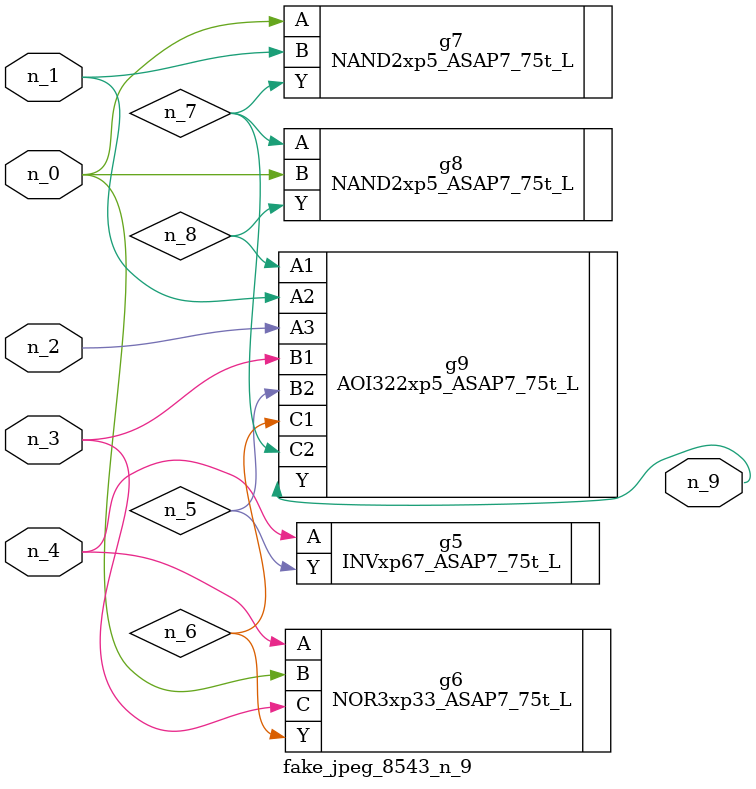
<source format=v>
module fake_jpeg_8543_n_9 (n_3, n_2, n_1, n_0, n_4, n_9);

input n_3;
input n_2;
input n_1;
input n_0;
input n_4;

output n_9;

wire n_8;
wire n_6;
wire n_5;
wire n_7;

INVxp67_ASAP7_75t_L g5 ( 
.A(n_4),
.Y(n_5)
);

NOR3xp33_ASAP7_75t_L g6 ( 
.A(n_4),
.B(n_0),
.C(n_3),
.Y(n_6)
);

NAND2xp5_ASAP7_75t_L g7 ( 
.A(n_0),
.B(n_1),
.Y(n_7)
);

NAND2xp5_ASAP7_75t_L g8 ( 
.A(n_7),
.B(n_0),
.Y(n_8)
);

AOI322xp5_ASAP7_75t_L g9 ( 
.A1(n_8),
.A2(n_1),
.A3(n_2),
.B1(n_3),
.B2(n_5),
.C1(n_6),
.C2(n_7),
.Y(n_9)
);


endmodule
</source>
